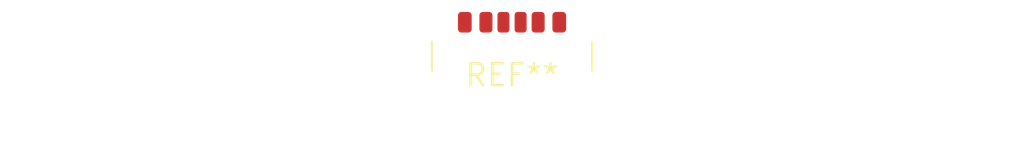
<source format=kicad_pcb>
(kicad_pcb (version 20240108) (generator pcbnew)
  (layers (0 "F.Cu" signal) (31 "B.Cu" signal) (34 "B.Paste" user) (35 "F.Paste" user) (36 "B.SilkS" user "B.Silkscreen") (37 "F.SilkS" user "F.Silkscreen") (38 "B.Mask" user) (39 "F.Mask" user) (44 "Edge.Cuts" user))
  (net 0 "")
  (footprint "USB_C_Receptacle_GCT_USB4125-xx-x_6P_TopMnt_Horizontal" (layer "F.Cu") (at 0 0)
    (property "Reference" "REF**")
    (property "Value" "USB_C_Receptacle_GCT_USB4125-xx-x_6P_TopMnt_Horizontal")
    (fp_line (start -4.67 -0.25) (end -4.67 -1.95) (layer "F.SilkS") (stroke (width 0.12)))
    (fp_line (start 4.67 -0.25) (end 4.67 -1.95) (layer "F.SilkS") (stroke (width 0.12)))
    (pad "A5" smd roundrect (at -0.5 -3.08) (size 0.7 1.2) (layers "F.Cu" "F.Paste" "F.Mask"))
    (pad "A9" smd roundrect (at 1.52 -3.08 180) (size 0.76 1.2) (layers "F.Cu" "F.Paste" "F.Mask"))
    (pad "A12" smd roundrect (at 2.75 -3.08 180) (size 0.8 1.2) (layers "F.Cu" "F.Paste" "F.Mask"))
    (pad "B5" smd roundrect (at 0.5 -3.08 180) (size 0.7 1.2) (layers "F.Cu" "F.Paste" "F.Mask"))
    (pad "B9" smd roundrect (at -1.52 -3.08) (size 0.76 1.2) (layers "F.Cu" "F.Paste" "F.Mask"))
    (pad "B12" smd roundrect (at -2.75 -3.08) (size 0.8 1.2) (layers "F.Cu" "F.Paste" "F.Mask"))
    (pad "S1" thru_hole oval (at -4.32 -3) (size 1.1 1.7) (drill oval 0.6 1.2) (layers *.Cu *.Mask "F.Paste") (remove_unused_layers))
    (pad "S1" thru_hole oval (at -4.32 0.8) (size 1.1 1.7) (drill oval 0.6 1.2) (layers *.Cu *.Mask "F.Paste") (remove_unused_layers))
    (pad "S1" thru_hole oval (at 4.32 -3) (size 1.1 1.7) (drill oval 0.6 1.2) (layers *.Cu *.Mask "F.Paste") (remove_unused_layers))
    (pad "S1" thru_hole oval (at 4.32 0.8) (size 1.1 1.7) (drill oval 0.6 1.2) (layers *.Cu *.Mask "F.Paste") (remove_unused_layers))
  )
)
</source>
